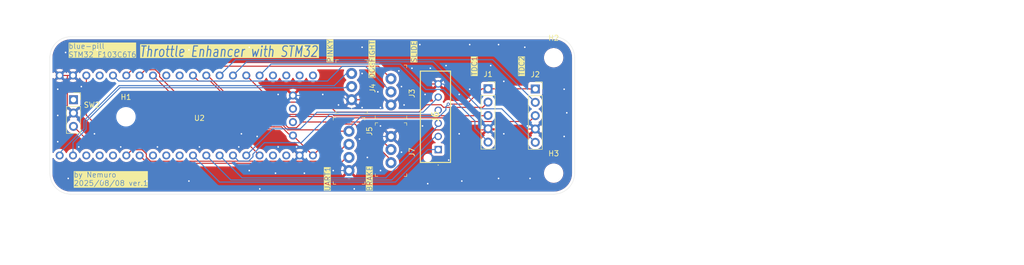
<source format=kicad_pcb>
(kicad_pcb (version 20241229) (generator "pcbnew") (generator_version "9.0")
  (layers (0 "F.Cu" signal) (2 "B.Cu" signal) (13 "F.Paste" user) (15 "B.Paste" user) (5 "F.SilkS" user "F.Silkscreen") (7 "B.SilkS" user "B.Silkscreen") (1 "F.Mask" user) (3 "B.Mask" user) (25 "Edge.Cuts" user))
  (net 0 "")
  (net 1 "TDC1_PUSH")
  (net 2 "TDC1_Y")
  (net 3 "+3.3V")
  (net 4 "TDC1_X")
  (net 5 "GND")
  (net 6 "TDC2_PUSH")
  (net 7 "TDC2_Y")
  (net 8 "TDC2_X")
  (net 9 "TDC_Caribration")
  (net 11 "DOGFIGHT")
  (net 12 "SLIDE_PUSH")
  (net 13 "BRAKE_RET")
  (net 15 "USB_D-")
  (net 17 "BRAKE_EXT")
  (net 21 "USART1_RX")
  (net 24 "MISSILE")
  (net 26 "SLIDE_UP")
  (net 28 "SLIDE_HALF_UP")
  (net 30 "PINKY_AFT")
  (net 31 "USB_D+")
  (net 32 "PINKY_FWD")
  (net 34 "USART1_TX")
  (net 36 "SLIDE_DOWN")
  (net 38 "SLIDE_HALF_DOWN")
  (footprint "MountingHole:MountingHole_3.2mm_M3_DIN965" (layer "F.Cu") (at 211.5 78.5)
    (property "Reference" "H3" (at 0 -3.75 0) (layer "F.SilkS"))
    (property "Value" "MountingHole_Pad")
    (pad "" np_thru_hole circle (at 0 0) (size 3.2 3.2) (drill 3.2) (layers "*.Cu" "*.Mask"))
  )
  (footprint "Connector_PinSocket_2.54mm:PinSocket_1x05_P2.54mm_Vertical" (layer "F.Cu") (at 208 62.46)
    (property "Reference" "J2" (at 0 -2.77 0) (layer "F.SilkS"))
    (property "Value" "Conn_01x05_Socket")
    (fp_line (start -1.33 1.27) (end -1.33 11.49) (stroke (width 0.12)) (layer "F.SilkS"))
    (fp_line (start -1.33 1.27) (end 1.33 1.27) (stroke (width 0.12)) (layer "F.SilkS"))
    (fp_line (start -1.33 11.49) (end 1.33 11.49) (stroke (width 0.12)) (layer "F.SilkS"))
    (fp_line (start 0 -1.33) (end 1.33 -1.33) (stroke (width 0.12)) (layer "F.SilkS"))
    (fp_line (start 1.33 -1.33) (end 1.33 0) (stroke (width 0.12)) (layer "F.SilkS"))
    (fp_line (start 1.33 1.27) (end 1.33 11.49) (stroke (width 0.12)) (layer "F.SilkS"))
    (pad "1" thru_hole rect (at 0 0) (size 1.7 1.7) (drill 1) (layers "*.Cu" "*.Mask") (net 3 "+3.3V"))
    (pad "2" thru_hole circle (at 0 2.54) (size 1.7 1.7) (drill 1) (layers "*.Cu" "*.Mask") (net 7 "TDC2_Y"))
    (pad "3" thru_hole circle (at 0 5.08) (size 1.7 1.7) (drill 1) (layers "*.Cu" "*.Mask") (net 6 "TDC2_PUSH"))
    (pad "4" thru_hole circle (at 0 7.62) (size 1.7 1.7) (drill 1) (layers "*.Cu" "*.Mask") (net 5 "GND"))
    (pad "5" thru_hole circle (at 0 10.16) (size 1.7 1.7) (drill 1) (layers "*.Cu" "*.Mask") (net 8 "TDC2_X"))
  )
  (footprint "Connector_PinSocket_2.54mm:PinSocket_1x03_P2.54mm_Vertical" (layer "F.Cu") (at 120 64.5)
    (property "Reference" "SW2" (at 3.5 1 0) (layer "F.SilkS"))
    (property "Value" "SW_Nidec_CAS-120A1")
    (fp_line (start -1.33 1.27) (end -1.33 6.41) (stroke (width 0.12)) (layer "F.SilkS"))
    (fp_line (start -1.33 1.27) (end 1.33 1.27) (stroke (width 0.12)) (layer "F.SilkS"))
    (fp_line (start -1.33 6.41) (end 1.33 6.41) (stroke (width 0.12)) (layer "F.SilkS"))
    (fp_line (start 0 -1.33) (end 1.33 -1.33) (stroke (width 0.12)) (layer "F.SilkS"))
    (fp_line (start 1.33 -1.33) (end 1.33 0) (stroke (width 0.12)) (layer "F.SilkS"))
    (fp_line (start 1.33 1.27) (end 1.33 6.41) (stroke (width 0.12)) (layer "F.SilkS"))
    (pad "1" thru_hole rect (at 0 0) (size 1.7 1.7) (drill 1) (layers "*.Cu" "*.Mask"))
    (pad "2" thru_hole circle (at 0 2.54) (size 1.7 1.7) (drill 1) (layers "*.Cu" "*.Mask") (net 5 "GND"))
    (pad "3" thru_hole circle (at 0 5.08) (size 1.7 1.7) (drill 1) (layers "*.Cu" "*.Mask") (net 9 "TDC_Caribration"))
  )
  (footprint "SamacSys_Parts:B6BXHAMLFSN" (layer "F.Cu") (at 189.5 74 90)
    (property "Reference" "J6" (at 6.25 -0.525 90) (layer "F.SilkS") (effects (font (size 1.27 1.27) (thickness 0.254))))
    (property "Value" "B6B-XH-AM_LF__SN_" (hide yes))
    (fp_line (start 14.95 -3.4) (end 14.95 2.35) (stroke (width 0.2)) (layer "F.SilkS"))
    (fp_line (start -2.45 -3.4) (end 14.95 -3.4) (stroke (width 0.2)) (layer "F.SilkS"))
    (fp_line (start -2.9 0) (end -2.9 0) (stroke (width 0.1)) (layer "F.SilkS"))
    (fp_line (start -3 0) (end -3 0) (stroke (width 0.1)) (layer "F.SilkS"))
    (fp_line (start 14.95 2.35) (end -2.45 2.35) (stroke (width 0.2)) (layer "F.SilkS"))
    (fp_line (start -2.45 2.35) (end -2.45 -3.4) (stroke (width 0.2)) (layer "F.SilkS"))
    (fp_arc (start -2.9 0) (mid -2.95 0.05) (end -3 0) (stroke (width 0.1)) (layer "F.SilkS"))
    (fp_arc (start -3 0) (mid -2.95 -0.05) (end -2.9 0) (stroke (width 0.1)) (layer "F.SilkS"))
    (pad "" np_thru_hole circle (at -1.6 -2 90) (size 1.1 1.1) (drill 1.1) (layers "*.Cu" "*.Mask"))
    (pad "1" thru_hole rect (at 0 0 90) (size 1.4 1.4) (drill 0.9) (layers "*.Cu" "*.Mask") (net 36 "SLIDE_DOWN"))
    (pad "2" thru_hole circle (at 2.5 0 90) (size 1.4 1.4) (drill 0.9) (layers "*.Cu" "*.Mask") (net 38 "SLIDE_HALF_DOWN"))
    (pad "3" thru_hole circle (at 5 0 90) (size 1.4 1.4) (drill 0.9) (layers "*.Cu" "*.Mask") (net 12 "SLIDE_PUSH"))
    (pad "4" thru_hole circle (at 7.5 0 90) (size 1.4 1.4) (drill 0.9) (layers "*.Cu" "*.Mask") (net 28 "SLIDE_HALF_UP"))
    (pad "5" thru_hole circle (at 10 0 90) (size 1.4 1.4) (drill 0.9) (layers "*.Cu" "*.Mask") (net 26 "SLIDE_UP"))
    (pad "6" thru_hole circle (at 12.5 0 90) (size 1.4 1.4) (drill 0.9) (layers "*.Cu" "*.Mask") (net 5 "GND"))
  )
  (footprint "digikey-footprints:PinHeader_1x3_P2.5mm_Drill1.1mm" (layer "F.Cu") (at 180.505 76.5 90)
    (property "Reference" "J7" (at 2 3.995 90) (layer "F.SilkS"))
    (property "Value" "B3B-XH-A_LF__SN_")
    (fp_line (start 7.6 -3) (end 7.1 -3) (stroke (width 0.1)) (layer "F.SilkS"))
    (fp_line (start 7.6 -3) (end 7.6 -2.5) (stroke (width 0.1)) (layer "F.SilkS"))
    (fp_line (start -2.6 -3) (end -2.1 -3) (stroke (width 0.1)) (layer "F.SilkS"))
    (fp_line (start -2.6 -3) (end -2.6 -2.5) (stroke (width 0.1)) (layer "F.SilkS"))
    (fp_line (start 7.6 3) (end 7.6 2.5) (stroke (width 0.1)) (layer "F.SilkS"))
    (fp_line (start 7.6 3) (end 7.1 3) (stroke (width 0.1)) (layer "F.SilkS"))
    (fp_line (start -2.6 3) (end -2.6 2.5) (stroke (width 0.1)) (layer "F.SilkS"))
    (fp_line (start -2.6 3) (end -2.1 3) (stroke (width 0.1)) (layer "F.SilkS"))
    (pad "1" thru_hole circle (at 0 0 90) (size 2.1 2.1) (drill 1.1) (layers "*.Cu" "*.Mask") (net 13 "BRAKE_RET"))
    (pad "2" thru_hole circle (at 2.5 0 90) (size 2.1 2.1) (drill 1.1) (layers "*.Cu" "*.Mask") (net 17 "BRAKE_EXT"))
    (pad "3" thru_hole circle (at 5 0 90) (size 2.1 2.1) (drill 1.1) (layers "*.Cu" "*.Mask") (net 5 "GND"))
  )
  (footprint "MountingHole:MountingHole_3.2mm_M3_DIN965" (layer "F.Cu") (at 211.5 56.5)
    (property "Reference" "H2" (at 0 -3.75 0) (layer "F.SilkS"))
    (property "Value" "MountingHole_Pad")
    (pad "" np_thru_hole circle (at 0 0) (size 3.2 3.2) (drill 3.2) (layers "*.Cu" "*.Mask"))
  )
  (footprint "MountingHole:MountingHole_3.2mm_M3_DIN965" (layer "F.Cu") (at 130 67.754)
    (property "Reference" "H1" (at 0 -3.75 0) (layer "F.SilkS"))
    (property "Value" "MountingHole_Pad")
    (pad "" np_thru_hole circle (at 0 0) (size 3.2 3.2) (drill 3.2) (layers "*.Cu" "*.Mask"))
  )
  (footprint "digikey-footprints:PinHeader_1x3_P2.5mm_Drill1.1mm" (layer "F.Cu") (at 180.5 60.5 -90)
    (property "Reference" "J3" (at 2.8 -4 90) (layer "F.SilkS"))
    (property "Value" "B3B-XH-A_LF__SN_")
    (fp_line (start -2.6 3) (end -2.1 3) (stroke (width 0.1)) (layer "F.SilkS"))
    (fp_line (start -2.6 3) (end -2.6 2.5) (stroke (width 0.1)) (layer "F.SilkS"))
    (fp_line (start 7.6 3) (end 7.1 3) (stroke (width 0.1)) (layer "F.SilkS"))
    (fp_line (start 7.6 3) (end 7.6 2.5) (stroke (width 0.1)) (layer "F.SilkS"))
    (fp_line (start -2.6 -3) (end -2.6 -2.5) (stroke (width 0.1)) (layer "F.SilkS"))
    (fp_line (start -2.6 -3) (end -2.1 -3) (stroke (width 0.1)) (layer "F.SilkS"))
    (fp_line (start 7.6 -3) (end 7.6 -2.5) (stroke (width 0.1)) (layer "F.SilkS"))
    (fp_line (start 7.6 -3) (end 7.1 -3) (stroke (width 0.1)) (layer "F.SilkS"))
    (pad "1" thru_hole circle (at 0 0 270) (size 2.1 2.1) (drill 1.1) (layers "*.Cu" "*.Mask") (net 11 "DOGFIGHT"))
    (pad "2" thru_hole circle (at 2.5 0 270) (size 2.1 2.1) (drill 1.1) (layers "*.Cu" "*.Mask") (net 24 "MISSILE"))
    (pad "3" thru_hole circle (at 5 0 270) (size 2.1 2.1) (drill 1.1) (layers "*.Cu" "*.Mask") (net 5 "GND"))
  )
  (footprint "My_MCU_Boards:blue_pill_STM32F103C6T6" (layer "F.Cu") (at 137.436 67.754 90)
    (property "Reference" "U2" (at -0.246 6.564 0) (layer "F.SilkS"))
    (property "Value" "~")
    (pad "3V3" thru_hole circle (at -7.366 28.194 90) (size 1.524 1.524) (drill 0.9) (layers "*.Cu" "*.Mask") (net 3 "+3.3V"))
    (pad "3V3" thru_hole circle (at -3.556 24.384 90) (size 1.524 1.524) (drill 0.9) (layers "*.Cu" "*.Mask") (net 3 "+3.3V"))
    (pad "3V3" thru_hole circle (at 7.874 -14.986 90) (size 1.524 1.524) (drill 0.9) (layers "*.Cu" "*.Mask") (net 3 "+3.3V"))
    (pad "5V" thru_hole circle (at -7.366 23.114 90) (size 1.524 1.524) (drill 0.9) (layers "*.Cu" "*.Mask"))
    (pad "G" thru_hole circle (at -7.366 25.654 90) (size 1.524 1.524) (drill 0.9) (layers "*.Cu" "*.Mask") (net 5 "GND"))
    (pad "G" thru_hole circle (at 4.064 24.384 90) (size 1.524 1.524) (drill 0.9) (layers "*.Cu" "*.Mask") (net 5 "GND"))
    (pad "G" thru_hole circle (at 7.874 -20.066 90) (size 1.524 1.524) (drill 0.9) (layers "*.Cu" "*.Mask") (net 5 "GND"))
    (pad "G" thru_hole circle (at 7.874 -17.526 90) (size 1.524 1.524) (drill 0.9) (layers "*.Cu" "*.Mask") (net 5 "GND"))
    (pad "NRST" thru_hole circle (at 7.874 -12.446 90) (size 1.524 1.524) (drill 0.9) (layers "*.Cu" "*.Mask"))
    (pad "PA0" thru_hole circle (at 7.874 18.034 90) (size 1.524 1.524) (drill 0.9) (layers "*.Cu" "*.Mask") (net 4 "TDC1_X"))
    (pad "PA1" thru_hole circle (at 7.874 15.494 90) (size 1.524 1.524) (drill 0.9) (layers "*.Cu" "*.Mask") (net 2 "TDC1_Y"))
    (pad "PA2" thru_hole circle (at 7.874 12.954 90) (size 1.524 1.524) (drill 0.9) (layers "*.Cu" "*.Mask") (net 8 "TDC2_X"))
    (pad "PA3" thru_hole circle (at 7.874 10.414 90) (size 1.524 1.524) (drill 0.9) (layers "*.Cu" "*.Mask") (net 7 "TDC2_Y"))
    (pad "PA4" thru_hole circle (at 7.874 7.874 90) (size 1.524 1.524) (drill 0.9) (layers "*.Cu" "*.Mask") (net 1 "TDC1_PUSH"))
    (pad "PA5" thru_hole circle (at 7.874 5.334 90) (size 1.524 1.524) (drill 0.9) (layers "*.Cu" "*.Mask") (net 6 "TDC2_PUSH"))
    (pad "PA6" thru_hole circle (at 7.874 2.794 90) (size 1.524 1.524) (drill 0.9) (layers "*.Cu" "*.Mask"))
    (pad "PA7" thru_hole circle (at 7.874 0.254 90) (size 1.524 1.524) (drill 0.9) (layers "*.Cu" "*.Mask"))
    (pad "PA8" thru_hole circle (at -7.366 -9.906 90) (size 1.524 1.524) (drill 0.9) (layers "*.Cu" "*.Mask"))
    (pad "PA9" thru_hole circle (at -7.366 -7.366 90) (size 1.524 1.524) (drill 0.9) (layers "*.Cu" "*.Mask") (net 34 "USART1_TX"))
    (pad "PA10" thru_hole circle (at -7.366 -4.826 90) (size 1.524 1.524) (drill 0.9) (layers "*.Cu" "*.Mask") (net 21 "USART1_RX"))
    (pad "PA11" thru_hole circle (at -7.366 -2.286 90) (size 1.524 1.524) (drill 0.9) (layers "*.Cu" "*.Mask") (net 15 "USB_D-"))
    (pad "PA12" thru_hole circle (at -7.366 0.254 90) (size 1.524 1.524) (drill 0.9) (layers "*.Cu" "*.Mask") (net 31 "USB_D+"))
    (pad "PA15" thru_hole circle (at -7.366 2.794 90) (size 1.524 1.524) (drill 0.9) (layers "*.Cu" "*.Mask"))
    (pad "PB0" thru_hole circle (at 7.874 -2.286 90) (size 1.524 1.524) (drill 0.9) (layers "*.Cu" "*.Mask") (net 13 "BRAKE_RET"))
    (pad "PB1" thru_hole circle (at 7.874 -4.826 90) (size 1.524 1.524) (drill 0.9) (layers "*.Cu" "*.Mask") (net 17 "BRAKE_EXT"))
    (pad "PB3" thru_hole circle (at -7.366 5.334 90) (size 1.524 1.524) (drill 0.9) (layers "*.Cu" "*.Mask") (net 36 "SLIDE_DOWN"))
    (pad "PB4" thru_hole circle (at -7.366 7.874 90) (size 1.524 1.524) (drill 0.9) (layers "*.Cu" "*.Mask") (net 38 "SLIDE_HALF_DOWN"))
    (pad "PB5" thru_hole circle (at -7.366 10.414 90) (size 1.524 1.524) (drill 0.9) (layers "*.Cu" "*.Mask") (net 12 "SLIDE_PUSH"))
    (pad "PB6" thru_hole circle (at -7.366 12.954 90) (size 1.524 1.524) (drill 0.9) (layers "*.Cu" "*.Mask") (net 28 "SLIDE_HALF_UP"))
    (pad "PB7" thru_hole circle (at -7.366 15.494 90) (size 1.524 1.524) (drill 0.9) (layers "*.Cu" "*.Mask") (net 26 "SLIDE_UP"))
    (pad "PB8" thru_hole circle (at -7.366 18.034 90) (size 1.524 1.524) (drill 0.9) (layers "*.Cu" "*.Mask") (net 9 "TDC_Caribration"))
    (pad "PB9" thru_hole circle (at -7.366 20.574 90) (size 1.524 1.524) (drill 0.9) (layers "*.Cu" "*.Mask"))
    (pad "PB10" thru_hole circle (at 7.874 -7.366 90) (size 1.524 1.524) (drill 0.9) (layers "*.Cu" "*.Mask") (net 11 "DOGFIGHT"))
    (pad "PB11" thru_hole circle (at 7.874 -9.906 90) (size 1.524 1.524) (drill 0.9) (layers "*.Cu" "*.Mask") (net 24 "MISSILE"))
    (pad "PB12" thru_hole circle (at -7.366 -20.066 90) (size 1.524 1.524) (drill 0.9) (layers "*.Cu" "*.Mask") (net 30 "PINKY_AFT"))
    (pad "PB13" thru_hole circle (at -7.366 -17.526 90) (size 1.524 1.524) (drill 0.9) (layers "*.Cu" "*.Mask") (net 32 "PINKY_FWD"))
    (pad "PB14" thru_hole circle (at -7.366 -14.986 90) (size 1.524 1.524) (drill 0.9) (layers "*.Cu" "*.Mask"))
    (pad "PB15" thru_hole circle (at -7.366 -12.446 90) (size 1.524 1.524) (drill 0.9) (layers "*.Cu" "*.Mask"))
    (pad "PC13" thru_hole circle (at 7.874 25.654 90) (size 1.524 1.524) (drill 0.9) (layers "*.Cu" "*.Mask"))
    (pad "PC14" thru_hole circle (at 7.874 23.114 90) (size 1.524 1.524) (drill 0.9) (layers "*.Cu" "*.Mask"))
    (pad "PC15" thru_hole circle (at 7.874 20.574 90) (size 1.524 1.524) (drill 0.9) (layers "*.Cu" "*.Mask"))
    (pad "SWCLK" thru_hole circle (at 1.524 24.384 90) (size 1.524 1.524) (drill 0.9) (layers "*.Cu" "*.Mask"))
    (pad "SWO" thru_hole circle (at -1.016 24.384 90) (size 1.524 1.524) (drill 0.9) (layers "*.Cu" "*.Mask"))
    (pad "VBAT" thru_hole circle (at 7.874 28.194 90) (size 1.524 1.524) (drill 0.9) (layers "*.Cu" "*.Mask"))
  )
  (footprint "digikey-footprints:PinHeader_1x4_P2.5mm_Drill1.1mm" (layer "F.Cu") (at 172.5 70.5 -90)
    (property "Reference" "J5" (at 0 -3.9 90) (layer "F.SilkS"))
    (property "Value" "B4B-XH-A_LF__SN_")
    (fp_line (start -2.6 3) (end -2.1 3) (stroke (width 0.1)) (layer "F.SilkS"))
    (fp_line (start -2.6 3) (end -2.6 2.5) (stroke (width 0.1)) (layer "F.SilkS"))
    (fp_line (start 10.1 3) (end 9.6 3) (stroke (width 0.1)) (layer "F.SilkS"))
    (fp_line (start 10.1 3) (end 10.1 2.5) (stroke (width 0.1)) (layer "F.SilkS"))
    (fp_line (start -2.6 -3) (end -2.6 -2.5) (stroke (width 0.1)) (layer "F.SilkS"))
    (fp_line (start -2.6 -3) (end -2.1 -3) (stroke (width 0.1)) (layer "F.SilkS"))
    (fp_line (start 10.1 -3) (end 10.1 -2.5) (stroke (width 0.1)) (layer "F.SilkS"))
    (fp_line (start 10.1 -3) (end 9.6 -3) (stroke (width 0.1)) (layer "F.SilkS"))
    (pad "1" thru_hole circle (at 0 0 270) (size 2.1 2.1) (drill 1.1) (layers "*.Cu" "*.Mask") (net 3 "+3.3V"))
    (pad "2" thru_hole circle (at 2.5 0 270) (size 2.1 2.1) (drill 1.1) (layers "*.Cu" "*.Mask") (net 34 "USART1_TX"))
    (pad "3" thru_hole circle (at 5 0 270) (size 2.1 2.1) (drill 1.1) (layers "*.Cu" "*.Mask") (net 21 "USART1_RX"))
    (pad "4" thru_hole circle (at 7.5 0 270) (size 2.1 2.1) (drill 1.1) (layers "*.Cu" "*.Mask") (net 5 "GND"))
  )
  (footprint "digikey-footprints:PinHeader_1x3_P2.5mm_Drill1.1mm" (layer "F.Cu") (at 173 59.5 -90)
    (property "Reference" "J4" (at 2.8 -4 90) (layer "F.SilkS"))
    (property "Value" "B3B-XH-A_LF__SN_")
    (fp_line (start -2.6 3) (end -2.1 3) (stroke (width 0.1)) (layer "F.SilkS"))
    (fp_line (start -2.6 3) (end -2.6 2.5) (stroke (width 0.1)) (layer "F.SilkS"))
    (fp_line (start 7.6 3) (end 7.1 3) (stroke (width 0.1)) (layer "F.SilkS"))
    (fp_line (start 7.6 3) (end 7.6 2.5) (stroke (width 0.1)) (layer "F.SilkS"))
    (fp_line (start -2.6 -3) (end -2.6 -2.5) (stroke (width 0.1)) (layer "F.SilkS"))
    (fp_line (start -2.6 -3) (end -2.1 -3) (stroke (width 0.1)) (layer "F.SilkS"))
    (fp_line (start 7.6 -3) (end 7.6 -2.5) (stroke (width 0.1)) (layer "F.SilkS"))
    (fp_line (start 7.6 -3) (end 7.1 -3) (stroke (width 0.1)) (layer "F.SilkS"))
    (pad "1" thru_hole circle (at 0 0 270) (size 2.1 2.1) (drill 1.1) (layers "*.Cu" "*.Mask") (net 30 "PINKY_AFT"))
    (pad "2" thru_hole circle (at 2.5 0 270) (size 2.1 2.1) (drill 1.1) (layers "*.Cu" "*.Mask") (net 32 "PINKY_FWD"))
    (pad "3" thru_hole circle (at 5 0 270) (size 2.1 2.1) (drill 1.1) (layers "*.Cu" "*.Mask") (net 5 "GND"))
  )
  (footprint "Connector_PinSocket_2.54mm:PinSocket_1x05_P2.54mm_Vertical" (layer "F.Cu") (at 199 62.42)
    (property "Reference" "J1" (at 0 -2.77 0) (layer "F.SilkS"))
    (property "Value" "Conn_01x05_Socket")
    (fp_line (start -1.33 1.27) (end -1.33 11.49) (stroke (width 0.12)) (layer "F.SilkS"))
    (fp_line (start -1.33 1.27) (end 1.33 1.27) (stroke (width 0.12)) (layer "F.SilkS"))
    (fp_line (start -1.33 11.49) (end 1.33 11.49) (stroke (width 0.12)) (layer "F.SilkS"))
    (fp_line (start 0 -1.33) (end 1.33 -1.33) (stroke (width 0.12)) (layer "F.SilkS"))
    (fp_line (start 1.33 -1.33) (end 1.33 0) (stroke (width 0.12)) (layer "F.SilkS"))
    (fp_line (start 1.33 1.27) (end 1.33 11.49) (stroke (width 0.12)) (layer "F.SilkS"))
    (pad "1" thru_hole rect (at 0 0) (size 1.7 1.7) (drill 1) (layers "*.Cu" "*.Mask") (net 3 "+3.3V"))
    (pad "2" thru_hole circle (at 0 2.54) (size 1.7 1.7) (drill 1) (layers "*.Cu" "*.Mask") (net 2 "TDC1_Y"))
    (pad "3" thru_hole circle (at 0 5.08) (size 1.7 1.7) (drill 1) (layers "*.Cu" "*.Mask") (net 1 "TDC1_PUSH"))
    (pad "4" thru_hole circle (at 0 7.62) (size 1.7 1.7) (drill 1) (layers "*.Cu" "*.Mask") (net 5 "GND"))
    (pad "5" thru_hole circle (at 0 10.16) (size 1.7 1.7) (drill 1) (layers "*.Cu" "*.Mask") (net 4 "TDC1_X"))
  )
  (gr_arc (start 115.5 56.5) (mid 116.671573 53.671573) (end 119.5 52.5) (stroke (width 0.05)) (layer "Edge.Cuts"))
  (gr_arc (start 211.5 52.5) (mid 214.328427 53.671573) (end 215.5 56.5) (stroke (width 0.05)) (layer "Edge.Cuts"))
  (gr_line (start 115.5 56.5) (end 115.5 78.5) (stroke (width 0.05)) (layer "Edge.Cuts"))
  (gr_line (start 211.5 82.5) (end 119.5 82.5) (stroke (width 0.05)) (layer "Edge.Cuts"))
  (gr_line (start 215.5 56.5) (end 215.5 78.5) (stroke (width 0.05)) (layer "Edge.Cuts"))
  (gr_arc (start 215.5 78.5) (mid 214.328427 81.328427) (end 211.5 82.5) (stroke (width 0.05)) (layer "Edge.Cuts"))
  (gr_arc (start 119.5 82.5) (mid 116.671573 81.328427) (end 115.5 78.5) (stroke (width 0.05)) (layer "Edge.Cuts"))
  (gr_line (start 119.5 52.5) (end 211.5 52.5) (stroke (width 0.05)) (layer "Edge.Cuts"))
  (gr_text "DOGFIGHT" (at 177.5 60.5 90) (layer "F.SilkS" knockout) (effects (font (size 1 1) (thickness 0.1)) (justify left bottom)))
  (gr_text "UART1" (at 169 82 90) (layer "F.SilkS" knockout) (effects (font (size 1 1) (thickness 0.1)) (justify left bottom)))
  (gr_text "PINKY" (at 169.5 57.5 90) (layer "F.SilkS" knockout) (effects (font (size 1 1) (thickness 0.1)) (justify left bottom)))
  (gr_text "SLIDE" (at 185.5 57.5 90) (layer "F.SilkS" knockout) (effects (font (size 1 1) (thickness 0.1)) (justify left bottom)))
  (gr_text "TDC1" (at 197 60 90) (layer "F.SilkS" knockout) (effects (font (size 1 1) (thickness 0.1)) (justify left bottom)))
  (gr_text "TDC2\n" (at 206 60 90) (layer "F.SilkS" knockout) (effects (font (size 1 1) (thickness 0.1)) (justify left bottom)))
  (gr_text "BRAKE\n" (at 177 82 90) (layer "F.SilkS" knockout) (effects (font (size 1 1) (thickness 0.1)) (justify left bottom)))
  (gr_text "blue-pill\nSTM32 F103C6T6" (at 119 56.5 0) (layer "F.SilkS" knockout) (effects (font (size 1 1) (thickness 0.1)) (justify left bottom)))
  (gr_text "by Nemuro\n2025/08/08 ver.1" (at 120 81 0) (layer "F.SilkS" knockout) (effects (font (size 1 1) (thickness 0.1)) (justify left bottom)))
  (gr_text "Throttle Enhancer with STM32" (at 132.5 56.5 0) (layer "F.SilkS" knockout) (effects (font (size 2 1.5) (thickness 0.2) (bold yes) (italic yes)) (justify left bottom)))
  (segment (start 169.3825 67.3026) (end 152.9886 67.3026) (width 0.2) (layer "F.Cu") (net 1))
  (segment (start 199 67.5) (end 198.9521 67.5479) (width 0.2) (layer "F.Cu") (net 1))
  (segment (start 198.9521 67.5479) (end 169.6278 67.5479) (width 0.2) (layer "F.Cu") (net 1))
  (segment (start 169.6278 67.5479) (end 169.3825 67.3026) (width 0.2) (layer "F.Cu") (net 1))
  (segment (start 145.566 59.88) (end 145.31 59.88) (width 0.2) (layer "F.Cu") (net 1))
  (segment (start 152.9886 67.3026) (end 145.566 59.88) (width 0.2) (layer "F.Cu") (net 1))
  (segment (start 198.0028 65.9572) (end 199 64.96) (width 0.2) (layer "F.Cu") (net 2))
  (segment (start 170.0016 66.8586) (end 185.8301 66.8586) (width 0.2) (layer "F.Cu") (net 2))
  (segment (start 185.8301 66.8586) (end 187.2324 65.4563) (width 0.2) (layer "F.Cu") (net 2))
  (segment (start 168.103 64.96) (end 170.0016 66.8586) (width 0.2) (layer "F.Cu") (net 2))
  (segment (start 187.2324 65.4563) (end 190.0172 65.4563) (width 0.2) (layer "F.Cu") (net 2))
  (segment (start 152.93 59.88) (end 158.01 64.96) (width 0.2) (layer "F.Cu") (net 2))
  (segment (start 190.5181 65.9572) (end 198.0028 65.9572) (width 0.2) (layer "F.Cu") (net 2))
  (segment (start 158.01 64.96) (end 168.103 64.96) (width 0.2) (layer "F.Cu") (net 2))
  (segment (start 190.0172 65.4563) (end 190.5181 65.9572) (width 0.2) (layer "F.Cu") (net 2))
  (segment (start 191.423073 65.3572) (end 191.441173 65.3391) (width 0.2) (layer "F.Cu") (net 3))
  (segment (start 158.2053 69.6682) (end 158.2062 69.6691) (width 0.2) (layer "F.Cu") (net 3))
  (segment (start 126.198 71.198) (end 149.5259 71.198) (width 0.2) (layer "F.Cu") (net 3))
  (segment (start 206.8099 62.42) (end 199 62.42) (width 0.2) (layer "F.Cu") (net 3))
  (segment (start 208 62.46) (end 206.8499 62.46) (width 0.2) (layer "F.Cu") (net 3))
  (segment (start 206.8499 62.46) (end 206.8099 62.42) (width 0.2) (layer "F.Cu") (net 3))
  (segment (start 151.0557 69.6682) (end 158.2053 69.6682) (width 0.2) (layer "F.Cu") (net 3))
  (segment (start 122.45 67.45) (end 126.198 71.198) (width 0.2) (layer "F.Cu") (net 3))
  (segment (start 149.5259 71.198) (end 151.0557 69.6682) (width 0.2) (layer "F.Cu") (net 3))
  (segment (start 194.9308 65.3391) (end 197.8499 62.42) (width 0.2) (layer "F.Cu") (net 3))
  (segment (start 158.2062 69.6691) (end 159.6492 69.6691) (width 0.2) (layer "F.Cu") (net 3))
  (segment (start 197.8499 62.42) (end 199 62.42) (width 0.2) (layer "F.Cu") (net 3))
  (segment (start 191.441173 65.3391) (end 194.9308 65.3391) (width 0.2) (layer "F.Cu") (net 3))
  (segment (start 161.2901 71.31) (end 161.82 71.31) (width 0.2) (layer "F.Cu") (net 3))
  (segment (start 170.25 70.5) (end 165.63 75.12) (width 0.2) (layer "F.Cu") (net 3))
  (segment (start 122.45 59.88) (end 122.45 67.45) (width 0.2) (layer "F.Cu") (net 3))
  (segment (start 172.5 70.5) (end 170.25 70.5) (width 0.2) (layer "F.Cu") (net 3))
  (segment (start 159.6492 69.6691) (end 161.2901 71.31) (width 0.2) (layer "F.Cu") (net 3))
  (segment (start 165.63 75.12) (end 161.82 71.31) (width 0.2) (layer "F.Cu") (net 3))
  (via (at 191.423073 65.3572) (size 0.6) (drill 0.3) (layers "F.Cu" "B.Cu") (net 3))
  (segment (start 190.961 66.4536) (end 189.7189 67.6957) (width 0.2) (layer "B.Cu") (net 3))
  (segment (start 174.8043 67.6957) (end 172.5 70) (width 0.2) (layer "B.Cu") (net 3))
  (segment (start 172.5 70) (end 172.5 70.5) (width 0.2) (layer "B.Cu") (net 3))
  (segment (start 191.423073 65.3572) (end 190.961 65.819273) (width 0.2) (layer "B.Cu") (net 3))
  (segment (start 190.961 65.819273) (end 190.961 66.4536) (width 0.2) (layer "B.Cu") (net 3))
  (segment (start 189.7189 67.6957) (end 174.8043 67.6957) (width 0.2) (layer "B.Cu") (net 3))
  (segment (start 187.1412 62.5446) (end 190.5018 62.5446) (width 0.2) (layer "B.Cu") (net 4))
  (segment (start 196.5 68.5428) (end 196.5 70) (width 0.2) (layer "B.Cu") (net 4))
  (segment (start 155.47 59.88) (end 157.6484 57.7016) (width 0.2) (layer "B.Cu") (net 4))
  (segment (start 157.6484 57.7016) (end 182.2982 57.7016) (width 0.2) (layer "B.Cu") (net 4))
  (segment (start 190.5018 62.5446) (end 196.5 68.5428) (width 0.2) (layer "B.Cu") (net 4))
  (segment (start 196.5 70) (end 199 72.5) (width 0.2) (layer "B.Cu") (net 4))
  (segment (start 182.2982 57.7016) (end 187.1412 62.5446) (width 0.2) (layer "B.Cu") (net 4))
  (segment (start 199 72.5) (end 199 72.58) (width 0.2) (layer "B.Cu") (net 4))
  (segment (start 184.5 61.5) (end 180.5 65.5) (width 0.2) (layer "F.Cu") (net 5))
  (segment (start 149.692 71.599) (end 151.2218 70.0692) (width 0.2) (layer "F.Cu") (net 5))
  (segment (start 180.5 65.5) (end 179.5 64.5) (width 0.2) (layer "F.Cu") (net 5))
  (segment (start 200.2009 70.08) (end 200.2009 70.1916) (width 0.2) (layer "F.Cu") (net 5))
  (segment (start 151.2218 70.0692) (end 158.0392 70.0692) (width 0.2) (layer "F.Cu") (net 5))
  (segment (start 120 67.04) (end 124.559 71.599) (width 0.2) (layer "F.Cu") (net 5))
  (segment (start 200.2009 70.08) (end 208 70.08) (width 0.2) (layer "F.Cu") (net 5))
  (segment (start 200.1425 70.25) (end 181.755 70.25) (width 0.2) (layer "F.Cu") (net 5))
  (segment (start 118.8475 59.88) (end 118.8475 65.8875) (width 0.2) (layer "F.Cu") (net 5))
  (segment (start 181.755 70.25) (end 180.505 71.5) (width 0.2) (layer "F.Cu") (net 5))
  (segment (start 118.8475 59.88) (end 117.37 59.88) (width 0.2) (layer "F.Cu") (net 5))
  (segment (start 200.2009 70.1916) (end 200.1425 70.25) (width 0.2) (layer "F.Cu") (net 5))
  (segment (start 189.5 61.5) (end 184.5 61.5) (width 0.2) (layer "F.Cu") (net 5))
  (segment (start 119.91 59.88) (end 118.8475 59.88) (width 0.2) (layer "F.Cu") (net 5))
  (segment (start 158.0392 70.0692) (end 163.09 75.12) (width 0.2) (layer "F.Cu") (net 5))
  (segment (start 200.1609 70.04) (end 200.2009 70.08) (width 0.2) (layer "F.Cu") (net 5))
  (segment (start 179.5 64.5) (end 173 64.5) (width 0.2) (layer "F.Cu") (net 5))
  (segment (start 118.8475 65.8875) (end 120 67.04) (width 0.2) (layer "F.Cu") (net 5))
  (segment (start 199 70.04) (end 200.1609 70.04) (width 0.2) (layer "F.Cu") (net 5))
  (segment (start 124.559 71.599) (end 149.692 71.599) (width 0.2) (layer "F.Cu") (net 5))
  (via (at 195.5 54) (size 0.6) (drill 0.3) (layers "F.Cu" "B.Cu") (net 5))
  (via (at 144 73.5) (size 0.6) (drill 0.3) (layers "F.Cu" "B.Cu") (net 5))
  (via (at 175 59.5) (size 0.6) (drill 0.3) (layers "F.Cu" "B.Cu") (net 5))
  (via (at 201 54) (size 0.6) (drill 0.3) (layers "F.Cu" "B.Cu") (net 5))
  (via (at 214 67) (size 0.6) (drill 0.3) (layers "F.Cu" "B.Cu") (net 5))
  (via (at 136 73.5) (size 0.6) (drill 0.3) (layers "F.Cu" "B.Cu") (net 5))
  (via (at 129 73.5) (size 0.6) (drill 0.3) (layers "F.Cu" "B.Cu") (net 5))
  (via (at 159 63.5) (size 0.6) (drill 0.3) (layers "F.Cu" "B.Cu") (net 5))
  (via (at 174.5 72) (size 0.6) (drill 0.3) (layers "F.Cu" "B.Cu") (net 5))
  (via (at 125.5 80) (size 0.6) (drill 0.3) (layers "F.Cu" "B.Cu") (net 5))
  (via (at 134 80) (size 0.6) (drill 0.3) (layers "F.Cu" "B.Cu") (net 5))
  (via (at 164 54.5) (size 0.6) (drill 0.3) (layers "F.Cu" "B.Cu") (net 5))
  (via (at 173.5 81.5) (size 0.6) (drill 0.3) (layers "F.Cu" "B.Cu") (net 5))
  (via (at 117 62.5) (size 0.6) (drill 0.3) (layers "F.Cu" "B.Cu") (net 5))
  (via (at 118.5 55.5) (size 0.6) (drill 0.3) (layers "F.Cu" "B.Cu") (net 5))
  (via (at 195.5 62.5) (size 0.6) (drill 0.3) (layers "F.Cu" "B.Cu") (net 5))
  (via (at 213.5 71.5) (size 0.6) (drill 0.3) (layers "F.Cu" "B.Cu") (net 5))
  (via (at 202 61) (size 0.6) (drill 0.3) (layers "F.Cu" "B.Cu") (net 5))
  (via (at 182.5 74.5) (size 0.6) (drill 0.3) (layers "F.Cu" "B.Cu") (net 5))
  (via (at 119 79.5) (size 0.6) (drill 0.3) (layers "F.Cu" "B.Cu") (net 5))
  (via (at 124.5 55) (size 0.6) (drill 0.3) (layers "F.Cu" "B.Cu") (net 5))
  (via (at 207 79.5) (size 0.6) (drill 0.3) (layers "F.Cu" "B.Cu") (net 5))
  (via (at 188 58.5) (size 0.6) (drill 0.3) (layers "F.Cu" "B.Cu") (net 5))
  (via (at 178.5 69.5) (size 0.6) (drill 0.3) (layers "F.Cu" "B.Cu") (net 5))
  (via (at 202 71) (size 0.6) (drill 0.3) (layers "F.Cu" "B.Cu") (net 5))
  (via (at 187 63.5) (size 0.6) (drill 0.3) (layers "F.Cu" "B.Cu") (net 5))
  (via (at 155.5 81.5) (size 0.6) (drill 0.3) (layers "F.Cu" "B.Cu") (net 5))
  (via (at 178.5 66) (size 0.6) (drill 0.3) (layers "F.Cu" "B.Cu") (net 5))
  (via (at 194 80) (size 0.6) (drill 0.3) (layers "F.Cu" "B.Cu") (net 5))
  (via (at 191 58) (size 0.6) (drill 0.3) (layers "F.Cu" "B.Cu") (net 5))
  (via (at 170.5 65.5) (size 0.6) (drill 0.3) (layers "F.Cu" "B.Cu") (net 5))
  (via (at 142 55) (size 0.6) (drill 0.3) (layers "F.Cu" "B.Cu") (net 5))
  (via (at 193.5 63.5) (size 0.6) (drill 0.3) (layers "F.Cu" "B.Cu") (net 5))
  (via (at 134 55) (size 0.6) (drill 0.3) (layers "F.Cu" "B.Cu") (net 5))
  (via (at 162.5 73.5) (size 0.6) (drill 0.3) (layers "F.Cu" "B.Cu") (net 5))
  (via (at 175 54.5) (size 0.6) (drill 0.3) (layers "F.Cu" "B.Cu") (net 5))
  (via (at 159 73.5) (size 0.6) (drill 0.3) (layers "F.Cu" "B.Cu") (net 5))
  (via (at 152 71) (size 0.6) (drill 0.3) (layers "F.Cu" "B.Cu") (net 5))
  (via (at 178.5 78) (size 0.6) (drill 0.3) (layers "F.Cu" "B.Cu") (net 5))
  (via (at 175 66) (size 0.6) (drill 0.3) (layers "F.Cu" "B.Cu") (net 5))
  (via (at 169.5 78) (size 0.6) (drill 0.3) (layers "F.Cu" "B.Cu") (net 5))
  (via (at 193.5 71) (size 0.6) (drill 0.3) (layers "F.Cu" "B.Cu") (net 5))
  (via (at 117 67.5) (size 0.6) (drill 0.3) (layers "F.Cu" "B.Cu") (net 5))
  (via (at 183 65.5) (size 0.6) (drill 0.3) (layers "F.Cu" "B.Cu") (net 5))
  (via (at 142 80) (size 0.6) (drill 0.3) (layers "F.Cu" "B.Cu") (net 5))
  (via (at 124 71) (size 0.6) (drill 0.3) (layers "F.Cu" "B.Cu") (net 5))
  (via (at 153.5 78) (size 0.6) (drill 0.3) (layers "F.Cu" "B.Cu") (net 5))
  (via (at 117 72.5) (size 0.6) (drill 0.3) (layers "F.Cu" "B.Cu") (net 5))
  (via (at 151.5 73.5) (size 0.6) (drill 0.3) (layers "F.Cu" "B.Cu") (net 5))
  (via (at 206 54.5) (size 0.6) (drill 0.3) (layers "F.Cu" "B.Cu") (net 5))
  (via (at 155 71.5) (size 0.6) (drill 0.3) (layers "F.Cu" "B.Cu") (net 5))
  (via (at 164 78.5) (size 0.6) (drill 0.3) (layers "F.Cu" "B.Cu") (net 5))
  (via (at 182.5 62) (size 0.6) (drill 0.3) (layers "F.Cu" "B.Cu") (net 5))
  (via (at 158.5 78.5) (size 0.6) (drill 0.3) (layers "F.Cu" "B.Cu") (net 5))
  (via (at 176 75.5) (size 0.6) (drill 0.3) (layers "F.Cu" "B.Cu") (net 5))
  (via (at 187.5 80.5) (size 0.6) (drill 0.3) (layers "F.Cu" "B.Cu") (net 5))
  (via (at 182 59) (size 0.6) (drill 0.3) (layers "F.Cu" "B.Cu") (net 5))
  (via (at 121.5 62) (size 0.6) (drill 0.3) (layers "F.Cu" "B.Cu") (net 5))
  (via (at 191.5 76) (size 0.6) (drill 0.3) (layers "F.Cu" "B.Cu") (net 5))
  (via (at 206.5 69.5) (size 0.6) (drill 0.3) (layers "F.Cu" "B.Cu") (net 5))
  (via (at 186.5 69.5) (size 0.6) (drill 0.3) (layers "F.Cu" "B.Cu") (net 5))
  (via (at 178 63) (size 0.6) (drill 0.3) (layers "F.Cu" "B.Cu") (net 5))
  (via (at 201 79.5) (size 0.6) (drill 0.3) (layers "F.Cu" "B.Cu") (net 5))
  (via (at 213.5 62.5) (size 0.6) (drill 0.3) (layers "F.Cu" "B.Cu") (net 5))
  (via (at 184.5 58.5) (size 0.6) (drill 0.3) (layers "F.Cu" "B.Cu") (net 5))
  (via (at 153.5 54.5) (size 0.6) (drill 0.3) (layers "F.Cu" "B.Cu") (net 5))
  (via (at 167.5 63.5) (size 0.6) (drill 0.3) (layers "F.Cu" "B.Cu") (net 5))
  (via (at 121 73.5) (size 0.6) (drill 0.3) (layers "F.Cu" "B.Cu") (net 5))
  (via (at 186 54) (size 0.6) (drill 0.3) (layers "F.Cu" "B.Cu") (net 5))
  (via (at 199.5 58) (size 0.6) (drill 0.3) (layers "F.Cu" "B.Cu") (net 5))
  (segment (start 179 71.5) (end 180.505 71.5) (width 0.2) (layer "B.Cu") (net 5))
  (segment (start 169.5 78) (end 172.5 78) (width 0.2) (layer "B.Cu") (net 5))
  (segment (start 165.97 78) (end 169.5 78) (width 0.2) (layer "B.Cu") (net 5))
  (segment (start 190.46 61.5) (end 199 70.04) (width 0.2) (layer "B.Cu") (net 5))
  (segment (start 161.82 63.69) (end 171.19 63.69) (width 0.2) (layer "B.Cu") (net 5))
  (segment (start 172.5 78) (end 179 71.5) (width 0.2) (layer "B.Cu") (net 5))
  (segment (start 163.09 75.12) (end 165.97 78) (width 0.2) (layer "B.Cu") (net 5))
  (segment (start 172 64.5) (end 173 64.5) (width 0.2) (layer "B.Cu") (net 5))
  (segment (start 171.19 63.69) (end 172 64.5) (width 0.2) (layer "B.Cu") (net 5))
  (segment (start 189.5 61.5) (end 190.46 61.5) (width 0.2) (layer "B.Cu") (net 5))
  (segment (start 190.6442 67.948) (end 169.4621 67.948) (width 0.2) (layer "F.Cu") (net 6))
  (segment (start 143.8322 60.9422) (end 142.77 59.88) (width 0.2) (layer "F.Cu") (net 6))
  (segment (start 146.0624 60.9422) (end 143.8322 60.9422) (width 0.2) (layer "F.Cu") (net 6))
  (segment (start 152.823 67.7028) (end 146.0624 60.9422) (width 0.2) (layer "F.Cu") (net 6))
  (segment (start 169.2169 67.7028) (end 152.823 67.7028) (width 0.2) (layer "F.Cu") (net 6))
  (segment (start 169.4621 67.948) (end 169.2169 67.7028) (width 0.2) (layer "F.Cu") (net 6))
  (segment (start 208 67.54) (end 206.8874 68.6526) (width 0.2) (layer "F.Cu") (net 6))
  (segment (start 191.3488 68.6526) (end 190.6442 67.948) (width 0.2) (layer "F.Cu") (net 6))
  (segment (start 206.8874 68.6526) (end 191.3488 68.6526) (width 0.2) (layer "F.Cu") (net 6))
  (segment (start 150.8592 56.8708) (end 147.85 59.88) (width 0.2) (layer "B.Cu") (net 7))
  (segment (start 199.8708 56.8708) (end 150.8592 56.8708) (width 0.2) (layer "B.Cu") (net 7))
  (segment (start 208 65) (end 199.8708 56.8708) (width 0.2) (layer "B.Cu") (net 7))
  (segment (start 208 72.62) (end 201.61 66.23) (width 0.2) (layer "B.Cu") (net 8))
  (segment (start 152.999 57.271) (end 150.39 59.88) (width 0.2) (layer "B.Cu") (net 8))
  (segment (start 197.5103 66.23) (end 188.5513 57.271) (width 0.2) (layer "B.Cu") (net 8))
  (segment (start 201.61 66.23) (end 197.5103 66.23) (width 0.2) (layer "B.Cu") (net 8))
  (segment (start 188.5513 57.271) (end 152.999 57.271) (width 0.2) (layer "B.Cu") (net 8))
  (segment (start 152.35 72) (end 155.47 75.12) (width 0.2) (layer "F.Cu") (net 9))
  (segment (start 122.42 72) (end 152.35 72) (width 0.2) (layer "F.Cu") (net 9))
  (segment (start 120 69.58) (end 122.42 72) (width 0.2) (layer "F.Cu") (net 9))
  (segment (start 130.07 59.88) (end 131.8299 58.1201) (width 0.2) (layer "F.Cu") (net 11))
  (segment (start 131.8299 58.1201) (end 178.1201 58.1201) (width 0.2) (layer "F.Cu") (net 11))
  (segment (start 178.1201 58.1201) (end 180.5 60.5) (width 0.2) (layer "F.Cu") (net 11))
  (segment (start 152.1253 79.3953) (end 179.5242 79.3953) (width 0.2) (layer "B.Cu") (net 12))
  (segment (start 179.5242 79.3953) (end 189.5 69.4195) (width 0.2) (layer "B.Cu") (net 12))
  (segment (start 147.85 75.12) (end 152.1253 79.3953) (width 0.2) (layer "B.Cu") (net 12))
  (segment (start 189.5 69.4195) (end 189.5 69) (width 0.2) (layer "B.Cu") (net 12))
  (segment (start 173.6499 69.1474) (end 180.505 76.0025) (width 0.2) (layer "F.Cu") (net 13))
  (segment (start 169.7521 69.1474) (end 173.6499 69.1474) (width 0.2) (layer "F.Cu") (net 13))
  (segment (start 151.3466 67.4406) (end 152.5748 68.6688) (width 0.2) (layer "F.Cu") (net 13))
  (segment (start 135.15 59.88) (end 142.7106 67.4406) (width 0.2) (layer "F.Cu") (net 13))
  (segment (start 160.7856 70.2396) (end 168.6599 70.2396) (width 0.2) (layer "F.Cu") (net 13))
  (segment (start 152.5748 68.6688) (end 159.2148 68.6688) (width 0.2) (layer "F.Cu") (net 13))
  (segment (start 168.6599 70.2396) (end 169.7521 69.1474) (width 0.2) (layer "F.Cu") (net 13))
  (segment (start 159.2148 68.6688) (end 160.7856 70.2396) (width 0.2) (layer "F.Cu") (net 13))
  (segment (start 180.505 76.0025) (end 180.505 76.5) (width 0.2) (layer "F.Cu") (net 13))
  (segment (start 142.7106 67.4406) (end 151.3466 67.4406) (width 0.2) (layer "F.Cu") (net 13))
  (segment (start 160.9511 69.8394) (end 159.3804 68.2687) (width 0.2) (layer "F.Cu") (net 17))
  (segment (start 159.3804 68.2687) (end 152.8231 68.2687) (width 0.2) (layer "F.Cu") (net 17))
  (segment (start 133.7 58.79) (end 132.61 59.88) (width 0.2) (layer "F.Cu") (net 17))
  (segment (start 162.482 69.8394) (end 160.9511 69.8394) (width 0.2) (layer "F.Cu") (net 17))
  (segment (start 175.2522 68.7472) (end 163.5742 68.7472) (width 0.2) (layer "F.Cu") (net 17))
  (segment (start 143.1962 66.8993) (end 136.42 60.1231) (width 0.2) (layer "F.Cu") (net 17))
  (segment (start 151.4537 66.8993) (end 143.1962 66.8993) (width 0.2) (layer "F.Cu") (net 17))
  (segment (start 180.505 74) (end 175.2522 68.7472) (width 0.2) (layer "F.Cu") (net 17))
  (segment (start 136.42 59.61) (end 135.6 58.79) (width 0.2) (layer "F.Cu") (net 17))
  (segment (start 136.42 60.1231) (end 136.42 59.61) (width 0.2) (layer "F.Cu") (net 17))
  (segment (start 135.6 58.79) (end 133.7 58.79) (width 0.2) (layer "F.Cu") (net 17))
  (segment (start 163.5742 68.7472) (end 162.482 69.8394) (width 0.2) (layer "F.Cu") (net 17))
  (segment (start 152.8231 68.2687) (end 151.4537 66.8993) (width 0.2) (layer "F.Cu") (net 17))
  (segment (start 134.1087 76.6187) (end 170.8813 76.6187) (width 0.2) (layer "F.Cu") (net 21))
  (segment (start 170.8813 76.6187) (end 172 75.5) (width 0.2) (layer "F.Cu") (net 21))
  (segment (start 132.61 75.12) (end 134.1087 76.6187) (width 0.2) (layer "F.Cu") (net 21))
  (segment (start 172 75.5) (end 172.5 75.5) (width 0.2) (layer "F.Cu") (net 21))
  (segment (start 171.2142 58.1333) (end 175.6333 58.1333) (width 0.2) (layer "B.Cu") (net 24))
  (segment (start 128.5931 60.9431) (end 168.4044 60.9431) (width 0.2) (layer "B.Cu") (net 24))
  (segment (start 175.6333 58.1333) (end 180.5 63) (width 0.2) (layer "B.Cu") (net 24))
  (segment (start 127.53 59.88) (end 128.5931 60.9431) (width 0.2) (layer "B.Cu") (net 24))
  (segment (start 168.4044 60.9431) (end 171.2142 58.1333) (width 0.2) (layer "B.Cu") (net 24))
  (segment (start 186.6047 66.8953) (end 166.384 66.8953) (width 0.2) (layer "B.Cu") (net 26))
  (segment (start 189.5 64) (end 186.6047 66.8953) (width 0.2) (layer "B.Cu") (net 26))
  (segment (start 163.2393 70.04) (end 158.01 70.04) (width 0.2) (layer "B.Cu") (net 26))
  (segment (start 166.384 66.8953) (end 163.2393 70.04) (width 0.2) (layer "B.Cu") (net 26))
  (segment (start 158.01 70.04) (end 152.93 75.12) (width 0.2) (layer "B.Cu") (net 26))
  (segment (start 189.5 66.5) (end 188.7045 67.2955) (width 0.2) (layer "B.Cu") (net 28))
  (segment (start 156.3881 72.6849) (end 154.2 74.873) (width 0.2) (layer "B.Cu") (net 28))
  (segment (start 151.4582 76.1882) (end 150.39 75.12) (width 0.2) (layer "B.Cu") (net 28))
  (segment (start 154.2 74.873) (end 154.2 75.3815) (width 0.2) (layer "B.Cu") (net 28))
  (segment (start 168.8065 67.2955) (end 163.4171 72.6849) (width 0.2) (layer "B.Cu") (net 28))
  (segment (start 154.2 75.3815) (end 153.3933 76.1882) (width 0.2) (layer "B.Cu") (net 28))
  (segment (start 163.4171 72.6849) (end 156.3881 72.6849) (width 0.2) (layer "B.Cu") (net 28))
  (segment (start 153.3933 76.1882) (end 151.4582 76.1882) (width 0.2) (layer "B.Cu") (net 28))
  (segment (start 188.7045 67.2955) (end 168.8065 67.2955) (width 0.2) (layer "B.Cu") (net 28))
  (segment (start 169.6875 61.8125) (end 128.6875 61.8125) (width 0.2) (layer "B.Cu") (net 30))
  (segment (start 117.37 74.63) (end 117.37 75.12) (width 0.2) (layer "B.Cu") (net 30))
  (segment (start 122 68.5) (end 122 70) (width 0.2) (layer "B.Cu") (net 30))
  (segment (start 122 70) (end 117.37 74.63) (width 0.2) (layer "B.Cu") (net 30))
  (segment (start 128.6875 61.8125) (end 122 68.5) (width 0.2) (layer "B.Cu") (net 30))
  (segment (start 173 59.5) (end 172 59.5) (width 0.2) (layer "B.Cu") (net 30))
  (segment (start 172 59.5) (end 169.6875 61.8125) (width 0.2) (layer "B.Cu") (net 30))
  (segment (start 169.8536 62.2135) (end 128.8536 62.2135) (width 0.2) (layer "B.Cu") (net 32))
  (segment (start 171.7873 62.2127) (end 169.8544 62.2127) (width 0.2) (layer "B.Cu") (net 32))
  (segment (start 173 62) (end 172 62) (width 0.2) (layer "B.Cu") (net 32))
  (segment (start 128.8536 62.2135) (end 122.401 68.6661) (width 0.2) (layer "B.Cu") (net 32))
  (segment (start 119.91 72.6571) (end 119.91 75.12) (width 0.2) (layer "B.Cu") (net 32))
  (segment (start 122.401 70.1661) (end 119.91 72.6571) (width 0.2) (layer "B.Cu") (net 32))
  (segment (start 172 62) (end 171.7873 62.2127) (width 0.2) (layer "B.Cu") (net 32))
  (segment (start 122.401 68.6661) (end 122.401 70.1661) (width 0.2) (layer "B.Cu") (net 32))
  (segment (start 169.8544 62.2127) (end 169.8536 62.2135) (width 0.2) (layer "B.Cu") (net 32))
  (segment (start 133.0948 74.0282) (end 133.88 74.8134) (width 0.2) (layer "F.Cu") (net 34))
  (segment (start 168.7814 76.2186) (end 172 73) (width 0.2) (layer "F.Cu") (net 34))
  (segment (start 131.1618 74.0282) (end 133.0948 74.0282) (width 0.2) (layer "F.Cu") (net 34))
  (segment (start 130.07 75.12) (end 131.1618 74.0282) (width 0.2) (layer "F.Cu") (net 34))
  (segment (start 133.88 74.8134) (end 133.88 75.4219) (width 0.2) (layer "F.Cu") (net 34))
  (segment (start 134.6767 76.2186) (end 168.7814 76.2186) (width 0.2) (layer "F.Cu") (net 34))
  (segment (start 133.88 75.4219) (end 134.6767 76.2186) (width 0.2) (layer "F.Cu") (net 34))
  (segment (start 172 73) (end 172.5 73) (width 0.2) (layer "F.Cu") (net 34))
  (segment (start 147.8456 80.1956) (end 142.77 75.12) (width 0.2) (layer "B.Cu") (net 36))
  (segment (start 189.5 74) (end 187.5274 74) (width 0.2) (layer "B.Cu") (net 36))
  (segment (start 181.3318 80.1956) (end 147.8456 80.1956) (width 0.2) (layer "B.Cu") (net 36))
  (segment (start 187.5274 74) (end 181.3318 80.1956) (width 0.2) (layer "B.Cu") (net 36))
  (segment (start 180.6387 79.7955) (end 149.9855 79.7955) (width 0.2) (layer "B.Cu") (net 38))
  (segment (start 189.5 71.5) (end 188.9342 71.5) (width 0.2) (layer "B.Cu") (net 38))
  (segment (start 188.9342 71.5) (end 180.6387 79.7955) (width 0.2) (layer "B.Cu") (net 38))
  (segment (start 149.9855 79.7955) (end 145.31 75.12) (width 0.2) (layer "B.Cu") (net 38))
  (zone (net 5) (net_name "GND") (layers "F.Cu" "B.Cu") (connect_pads (clearance 0.5)) (min_thickness 0.25) (fill yes (thermal_gap 0.5) (thermal_bridge_width 0.5))
    (polygon (pts (xy 108.5 46) (xy 222 45.5) (xy 223 96) (xy 106 96)))
  )
)
</source>
